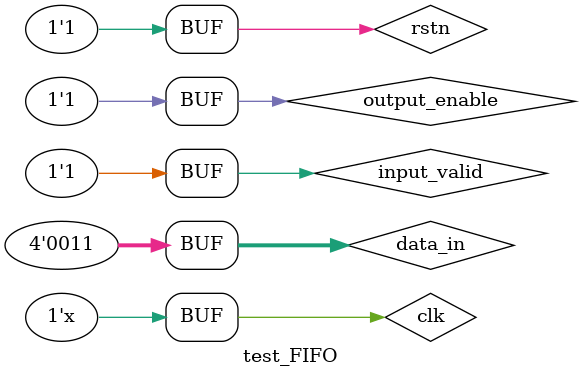
<source format=v>
`timescale 1ns / 1ps


module test_FIFO();
    reg clk;
    reg rstn;
    reg input_valid;
    wire input_enable;
    wire output_valid; 
    reg output_enable;
    reg [3:0] data_in;
    wire [7:0] data_out;

    FIFO obj_FIFO(
        .clk(clk),
        .rstn(rstn),
        .input_valid(input_valid),
        .input_enable(input_enable),
        .output_enable(output_enable),
        .output_valid(output_valid),
        .data_in(data_in),
        .data_out(data_out)
    );

    initial begin
        clk = 1'b0;
        rstn = 1'b1;
        #0.1 rstn = 1'b0;
        #0.2 rstn = 1'b1;
    end

    initial begin
        input_valid = 1;
        output_enable = 0;
        //0
        data_in = 4'h6;
        #2;
        input_valid = 0;
        #2;
        input_valid = 1;
        data_in = 4'h9;
        //`
        #2 data_in = 4'h1;
        #2 data_in = 4'h2;
        //2
        #2 data_in = 4'h3;
        #2 data_in = 4'h4;
        //3
        #2 data_in = 4'h5;
        #2 data_in = 4'h6;
        //4
        #2 data_in = 4'h7;
        #2 data_in = 4'h8;
        //5
        #2 data_in = 4'h9;
        #2 data_in = 4'ha;
        //6
        #2 data_in = 4'hb;
        #2 data_in = 4'hc;
        // 7
        #2 data_in = 4'hf;
        #2 data_in = 4'he;
        // output
        #2;
        input_valid = 0;
        output_enable = 1;
        #18;
        input_valid = 1;
        output_enable = 0;
        //0
        data_in = 4'h6;
        #2;
        input_valid = 0;
        #2;
        input_valid = 1;
        data_in = 4'h9;
        //`
        #2 data_in = 4'h0;
        #2 data_in = 4'h9;
        //2
        #2 data_in = 4'h8;
        #2 data_in = 4'h7;
        //3
        #2 data_in = 4'h6;
        #2 data_in = 4'h5;
        //4
        #2 data_in = 4'h4;
        #2 data_in = 4'h3;
        //5
        #2 data_in = 4'h2;
        #2 data_in = 4'h1;
        //6
        #2 data_in = 4'h1;
        #2 data_in = 4'h2;
        // 7
        #2 data_in = 4'h2;
        #2 data_in = 4'h3;
        // output
        #2;
        input_valid = 0;
        output_enable = 1;
        #18;
        input_valid = 1;
    end

    always begin
        #1 clk = ~clk;
    end
endmodule

</source>
